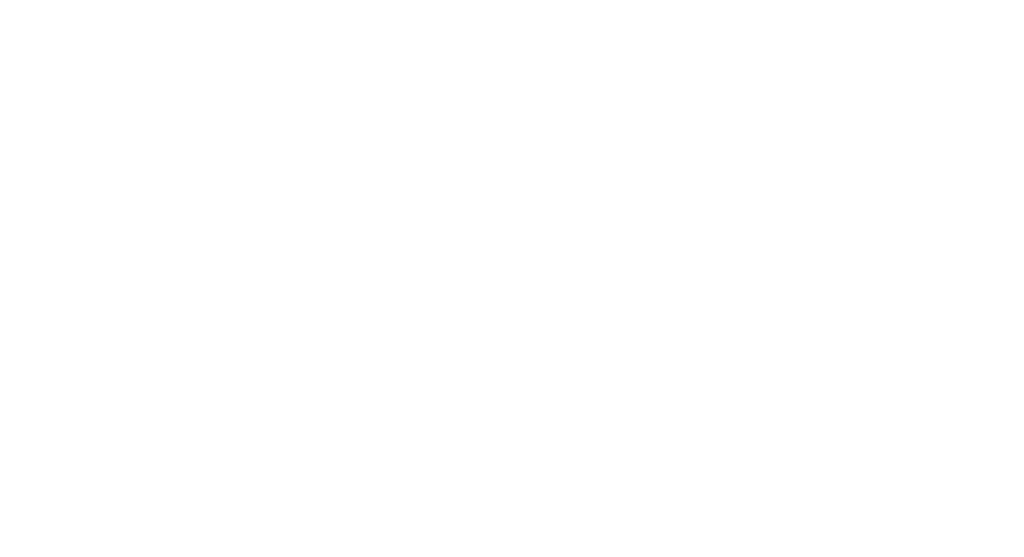
<source format=kicad_pcb>
(kicad_pcb (version 20240108) (generator pcbnew)
  (layers (0 "F.Cu" signal) (31 "B.Cu" signal) (34 "B.Paste" user) (35 "F.Paste" user) (36 "B.SilkS" user "B.Silkscreen") (37 "F.SilkS" user "F.Silkscreen") (38 "B.Mask" user) (39 "F.Mask" user) (44 "Edge.Cuts" user))
  (net 0 "")
  (footprint "MountingHole_6mm_Pad" (layer "F.Cu") (at 0 0)
    (property "Reference" "REF**")
    (property "Value" "MountingHole_6mm_Pad")
    (pad "1" thru_hole circle (at 0 0) (size 12 12) (drill 6) (layers *.Cu *.Mask) (remove_unused_layers))
  )
)
</source>
